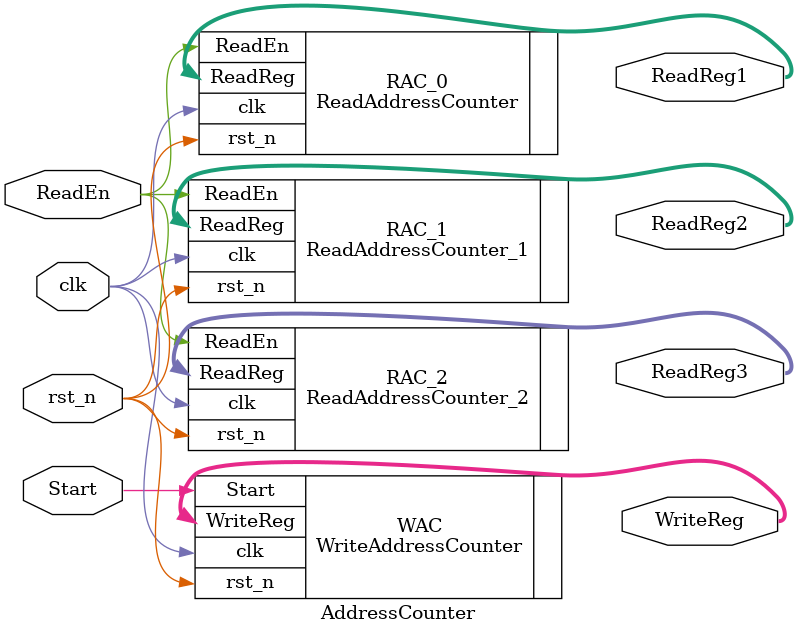
<source format=v>
`timescale 1ns / 1ps


module AddressCounter(ReadEn, Start, clk, rst_n, ReadReg1, ReadReg2, ReadReg3, WriteReg);
    input ReadEn, Start, clk, rst_n;
    output [3:0] ReadReg1, ReadReg2, ReadReg3, WriteReg;

    ReadAddressCounter RAC_0 (.ReadEn(ReadEn), .clk(clk), .rst_n(rst_n), .ReadReg(ReadReg1));  // 3°³ÀÇ ReadAddressCounter¿Í
    ReadAddressCounter_1 RAC_1 (.ReadEn(ReadEn), .clk(clk), .rst_n(rst_n), .ReadReg(ReadReg2)); // 1°³ÀÇ WriteAddressCounter¸¦ ¿¬°á
    ReadAddressCounter_2 RAC_2 (.ReadEn(ReadEn), .clk(clk), .rst_n(rst_n), .ReadReg(ReadReg3));
    WriteAddressCounter WAC (.Start(Start), .clk(clk), .rst_n(rst_n), .WriteReg(WriteReg));

endmodule

</source>
